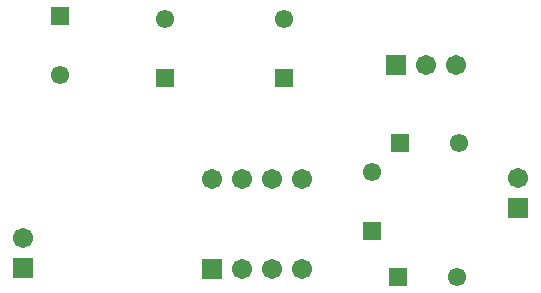
<source format=gbs>
G04 Layer_Color=16711935*
%FSLAX25Y25*%
%MOIN*%
G70*
G01*
G75*
%ADD26R,0.06706X0.06706*%
%ADD27C,0.06706*%
%ADD28R,0.06115X0.06115*%
%ADD29C,0.06115*%
%ADD30R,0.06706X0.06706*%
%ADD31R,0.06115X0.06115*%
D26*
X363500Y235000D02*
D03*
X261500Y214500D02*
D03*
X198500Y215000D02*
D03*
D27*
X363500Y245000D02*
D03*
X291500Y244500D02*
D03*
X281500D02*
D03*
X271500D02*
D03*
X261500D02*
D03*
X291500Y214500D02*
D03*
X281500D02*
D03*
X271500D02*
D03*
X343000Y282500D02*
D03*
X333000D02*
D03*
X198500Y225000D02*
D03*
D28*
X211000Y298843D02*
D03*
X315000Y227157D02*
D03*
X246000Y278157D02*
D03*
X285500D02*
D03*
D29*
X211000Y279157D02*
D03*
X343843Y256500D02*
D03*
X343343Y212000D02*
D03*
X315000Y246843D02*
D03*
X246000Y297843D02*
D03*
X285500D02*
D03*
D30*
X323000Y282500D02*
D03*
D31*
X324157Y256500D02*
D03*
X323657Y212000D02*
D03*
M02*

</source>
